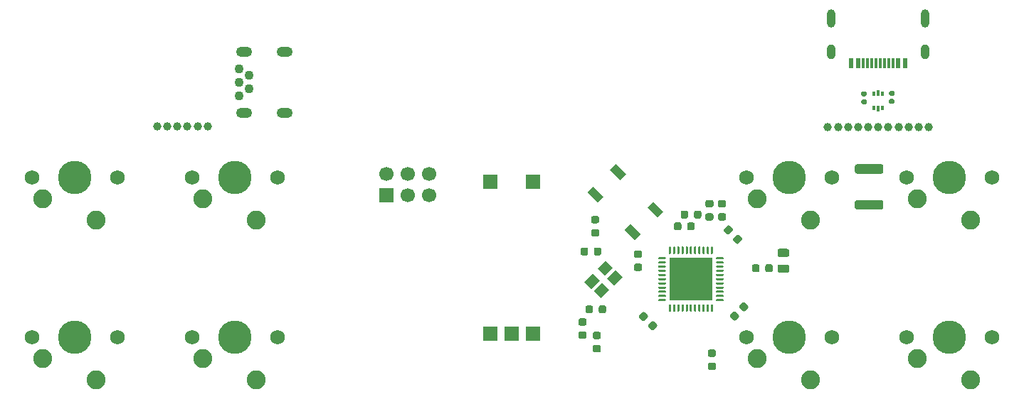
<source format=gbr>
%TF.GenerationSoftware,KiCad,Pcbnew,(5.1.6)-1*%
%TF.CreationDate,2022-02-02T11:22:03-06:00*%
%TF.ProjectId,Pikatea R26 PCB,50696b61-7465-4612-9052-323620504342,rev?*%
%TF.SameCoordinates,Original*%
%TF.FileFunction,Soldermask,Top*%
%TF.FilePolarity,Negative*%
%FSLAX46Y46*%
G04 Gerber Fmt 4.6, Leading zero omitted, Abs format (unit mm)*
G04 Created by KiCad (PCBNEW (5.1.6)-1) date 2022-02-02 11:22:03*
%MOMM*%
%LPD*%
G01*
G04 APERTURE LIST*
%ADD10C,1.000000*%
%ADD11C,1.700000*%
%ADD12R,1.700000X1.700000*%
%ADD13C,0.100000*%
%ADD14O,1.900000X1.200000*%
%ADD15C,1.100000*%
%ADD16O,1.000000X2.200000*%
%ADD17O,1.000000X1.800000*%
%ADD18R,0.300000X1.150000*%
%ADD19R,0.600000X1.150000*%
%ADD20R,0.375000X0.500000*%
%ADD21R,0.300000X0.650000*%
%ADD22R,5.150000X5.150000*%
%ADD23C,2.250000*%
%ADD24C,3.987800*%
%ADD25C,1.750000*%
G04 APERTURE END LIST*
D10*
%TO.C,J4*%
X89200000Y-94500000D03*
X90400000Y-94500000D03*
X91600000Y-94500000D03*
X95200000Y-94500000D03*
X94000000Y-94500000D03*
X92800000Y-94500000D03*
%TD*%
%TO.C,J3*%
X181000000Y-94600000D03*
X169000000Y-94600000D03*
X170200000Y-94600000D03*
X171400000Y-94600000D03*
X172600000Y-94600000D03*
X173800000Y-94600000D03*
X179800000Y-94600000D03*
X178600000Y-94600000D03*
X177400000Y-94600000D03*
X176200000Y-94600000D03*
X175000000Y-94600000D03*
%TD*%
D11*
%TO.C,J1*%
X121590000Y-100130000D03*
X121590000Y-102670000D03*
X119050000Y-100130000D03*
X119050000Y-102670000D03*
X116510000Y-100130000D03*
D12*
X116510000Y-102670000D03*
%TD*%
D13*
%TO.C,SW1*%
G36*
X144829289Y-106823402D02*
G01*
X145536396Y-106116295D01*
X146738477Y-107318376D01*
X146031370Y-108025483D01*
X144829289Y-106823402D01*
G37*
G36*
X140374517Y-102368630D02*
G01*
X141081624Y-101661523D01*
X142283705Y-102863604D01*
X141576598Y-103570711D01*
X140374517Y-102368630D01*
G37*
G36*
X147516295Y-104136396D02*
G01*
X148223402Y-103429289D01*
X149425483Y-104631370D01*
X148718376Y-105338477D01*
X147516295Y-104136396D01*
G37*
G36*
X143061523Y-99681624D02*
G01*
X143768630Y-98974517D01*
X144970711Y-100176598D01*
X144263604Y-100883705D01*
X143061523Y-99681624D01*
G37*
%TD*%
%TO.C,R5*%
G36*
G01*
X141556250Y-106037500D02*
X141043750Y-106037500D01*
G75*
G02*
X140825000Y-105818750I0J218750D01*
G01*
X140825000Y-105381250D01*
G75*
G02*
X141043750Y-105162500I218750J0D01*
G01*
X141556250Y-105162500D01*
G75*
G02*
X141775000Y-105381250I0J-218750D01*
G01*
X141775000Y-105818750D01*
G75*
G02*
X141556250Y-106037500I-218750J0D01*
G01*
G37*
G36*
G01*
X141556250Y-107612500D02*
X141043750Y-107612500D01*
G75*
G02*
X140825000Y-107393750I0J218750D01*
G01*
X140825000Y-106956250D01*
G75*
G02*
X141043750Y-106737500I218750J0D01*
G01*
X141556250Y-106737500D01*
G75*
G02*
X141775000Y-106956250I0J-218750D01*
G01*
X141775000Y-107393750D01*
G75*
G02*
X141556250Y-107612500I-218750J0D01*
G01*
G37*
%TD*%
D14*
%TO.C,J2*%
X99500000Y-85550000D03*
X99500000Y-92850000D03*
D15*
X98900000Y-90800000D03*
X100100000Y-90000000D03*
X98900000Y-89200000D03*
X100100000Y-88400000D03*
X98900000Y-87600000D03*
D14*
X104320000Y-92850000D03*
X104320000Y-85550000D03*
%TD*%
D13*
%TO.C,Y1*%
G36*
X140885786Y-113831371D02*
G01*
X140037258Y-112982843D01*
X141027208Y-111992893D01*
X141875736Y-112841421D01*
X140885786Y-113831371D01*
G37*
G36*
X142441421Y-112275736D02*
G01*
X141592893Y-111427208D01*
X142582843Y-110437258D01*
X143431371Y-111285786D01*
X142441421Y-112275736D01*
G37*
G36*
X143572792Y-113407107D02*
G01*
X142724264Y-112558579D01*
X143714214Y-111568629D01*
X144562742Y-112417157D01*
X143572792Y-113407107D01*
G37*
G36*
X142017157Y-114962742D02*
G01*
X141168629Y-114114214D01*
X142158579Y-113124264D01*
X143007107Y-113972792D01*
X142017157Y-114962742D01*
G37*
%TD*%
D16*
%TO.C,USB1*%
X169360000Y-81600000D03*
X180600000Y-81600000D03*
D17*
X169360000Y-85600000D03*
X180600000Y-85600000D03*
D18*
X175230000Y-86900000D03*
X174730000Y-86900000D03*
X174230000Y-86900000D03*
X175730000Y-86900000D03*
X173730000Y-86900000D03*
X176230000Y-86900000D03*
X173230000Y-86900000D03*
X176730000Y-86900000D03*
D19*
X177380000Y-86900000D03*
X172580000Y-86900000D03*
X178180000Y-86900000D03*
X171780000Y-86900000D03*
%TD*%
D20*
%TO.C,U2*%
X175500000Y-92250000D03*
X174425000Y-92250000D03*
D21*
X174962500Y-90475000D03*
X174962500Y-92325000D03*
D20*
X174425000Y-90550000D03*
X175500000Y-90550000D03*
%TD*%
D22*
%TO.C,U1*%
X152700000Y-112700000D03*
G36*
G01*
X155762500Y-110075000D02*
X156512500Y-110075000D01*
G75*
G02*
X156575000Y-110137500I0J-62500D01*
G01*
X156575000Y-110262500D01*
G75*
G02*
X156512500Y-110325000I-62500J0D01*
G01*
X155762500Y-110325000D01*
G75*
G02*
X155700000Y-110262500I0J62500D01*
G01*
X155700000Y-110137500D01*
G75*
G02*
X155762500Y-110075000I62500J0D01*
G01*
G37*
G36*
G01*
X155762500Y-110575000D02*
X156512500Y-110575000D01*
G75*
G02*
X156575000Y-110637500I0J-62500D01*
G01*
X156575000Y-110762500D01*
G75*
G02*
X156512500Y-110825000I-62500J0D01*
G01*
X155762500Y-110825000D01*
G75*
G02*
X155700000Y-110762500I0J62500D01*
G01*
X155700000Y-110637500D01*
G75*
G02*
X155762500Y-110575000I62500J0D01*
G01*
G37*
G36*
G01*
X155762500Y-111075000D02*
X156512500Y-111075000D01*
G75*
G02*
X156575000Y-111137500I0J-62500D01*
G01*
X156575000Y-111262500D01*
G75*
G02*
X156512500Y-111325000I-62500J0D01*
G01*
X155762500Y-111325000D01*
G75*
G02*
X155700000Y-111262500I0J62500D01*
G01*
X155700000Y-111137500D01*
G75*
G02*
X155762500Y-111075000I62500J0D01*
G01*
G37*
G36*
G01*
X155762500Y-111575000D02*
X156512500Y-111575000D01*
G75*
G02*
X156575000Y-111637500I0J-62500D01*
G01*
X156575000Y-111762500D01*
G75*
G02*
X156512500Y-111825000I-62500J0D01*
G01*
X155762500Y-111825000D01*
G75*
G02*
X155700000Y-111762500I0J62500D01*
G01*
X155700000Y-111637500D01*
G75*
G02*
X155762500Y-111575000I62500J0D01*
G01*
G37*
G36*
G01*
X155762500Y-112075000D02*
X156512500Y-112075000D01*
G75*
G02*
X156575000Y-112137500I0J-62500D01*
G01*
X156575000Y-112262500D01*
G75*
G02*
X156512500Y-112325000I-62500J0D01*
G01*
X155762500Y-112325000D01*
G75*
G02*
X155700000Y-112262500I0J62500D01*
G01*
X155700000Y-112137500D01*
G75*
G02*
X155762500Y-112075000I62500J0D01*
G01*
G37*
G36*
G01*
X155762500Y-112575000D02*
X156512500Y-112575000D01*
G75*
G02*
X156575000Y-112637500I0J-62500D01*
G01*
X156575000Y-112762500D01*
G75*
G02*
X156512500Y-112825000I-62500J0D01*
G01*
X155762500Y-112825000D01*
G75*
G02*
X155700000Y-112762500I0J62500D01*
G01*
X155700000Y-112637500D01*
G75*
G02*
X155762500Y-112575000I62500J0D01*
G01*
G37*
G36*
G01*
X155762500Y-113075000D02*
X156512500Y-113075000D01*
G75*
G02*
X156575000Y-113137500I0J-62500D01*
G01*
X156575000Y-113262500D01*
G75*
G02*
X156512500Y-113325000I-62500J0D01*
G01*
X155762500Y-113325000D01*
G75*
G02*
X155700000Y-113262500I0J62500D01*
G01*
X155700000Y-113137500D01*
G75*
G02*
X155762500Y-113075000I62500J0D01*
G01*
G37*
G36*
G01*
X155762500Y-113575000D02*
X156512500Y-113575000D01*
G75*
G02*
X156575000Y-113637500I0J-62500D01*
G01*
X156575000Y-113762500D01*
G75*
G02*
X156512500Y-113825000I-62500J0D01*
G01*
X155762500Y-113825000D01*
G75*
G02*
X155700000Y-113762500I0J62500D01*
G01*
X155700000Y-113637500D01*
G75*
G02*
X155762500Y-113575000I62500J0D01*
G01*
G37*
G36*
G01*
X155762500Y-114075000D02*
X156512500Y-114075000D01*
G75*
G02*
X156575000Y-114137500I0J-62500D01*
G01*
X156575000Y-114262500D01*
G75*
G02*
X156512500Y-114325000I-62500J0D01*
G01*
X155762500Y-114325000D01*
G75*
G02*
X155700000Y-114262500I0J62500D01*
G01*
X155700000Y-114137500D01*
G75*
G02*
X155762500Y-114075000I62500J0D01*
G01*
G37*
G36*
G01*
X155762500Y-114575000D02*
X156512500Y-114575000D01*
G75*
G02*
X156575000Y-114637500I0J-62500D01*
G01*
X156575000Y-114762500D01*
G75*
G02*
X156512500Y-114825000I-62500J0D01*
G01*
X155762500Y-114825000D01*
G75*
G02*
X155700000Y-114762500I0J62500D01*
G01*
X155700000Y-114637500D01*
G75*
G02*
X155762500Y-114575000I62500J0D01*
G01*
G37*
G36*
G01*
X155762500Y-115075000D02*
X156512500Y-115075000D01*
G75*
G02*
X156575000Y-115137500I0J-62500D01*
G01*
X156575000Y-115262500D01*
G75*
G02*
X156512500Y-115325000I-62500J0D01*
G01*
X155762500Y-115325000D01*
G75*
G02*
X155700000Y-115262500I0J62500D01*
G01*
X155700000Y-115137500D01*
G75*
G02*
X155762500Y-115075000I62500J0D01*
G01*
G37*
G36*
G01*
X155137500Y-115700000D02*
X155262500Y-115700000D01*
G75*
G02*
X155325000Y-115762500I0J-62500D01*
G01*
X155325000Y-116512500D01*
G75*
G02*
X155262500Y-116575000I-62500J0D01*
G01*
X155137500Y-116575000D01*
G75*
G02*
X155075000Y-116512500I0J62500D01*
G01*
X155075000Y-115762500D01*
G75*
G02*
X155137500Y-115700000I62500J0D01*
G01*
G37*
G36*
G01*
X154637500Y-115700000D02*
X154762500Y-115700000D01*
G75*
G02*
X154825000Y-115762500I0J-62500D01*
G01*
X154825000Y-116512500D01*
G75*
G02*
X154762500Y-116575000I-62500J0D01*
G01*
X154637500Y-116575000D01*
G75*
G02*
X154575000Y-116512500I0J62500D01*
G01*
X154575000Y-115762500D01*
G75*
G02*
X154637500Y-115700000I62500J0D01*
G01*
G37*
G36*
G01*
X154137500Y-115700000D02*
X154262500Y-115700000D01*
G75*
G02*
X154325000Y-115762500I0J-62500D01*
G01*
X154325000Y-116512500D01*
G75*
G02*
X154262500Y-116575000I-62500J0D01*
G01*
X154137500Y-116575000D01*
G75*
G02*
X154075000Y-116512500I0J62500D01*
G01*
X154075000Y-115762500D01*
G75*
G02*
X154137500Y-115700000I62500J0D01*
G01*
G37*
G36*
G01*
X153637500Y-115700000D02*
X153762500Y-115700000D01*
G75*
G02*
X153825000Y-115762500I0J-62500D01*
G01*
X153825000Y-116512500D01*
G75*
G02*
X153762500Y-116575000I-62500J0D01*
G01*
X153637500Y-116575000D01*
G75*
G02*
X153575000Y-116512500I0J62500D01*
G01*
X153575000Y-115762500D01*
G75*
G02*
X153637500Y-115700000I62500J0D01*
G01*
G37*
G36*
G01*
X153137500Y-115700000D02*
X153262500Y-115700000D01*
G75*
G02*
X153325000Y-115762500I0J-62500D01*
G01*
X153325000Y-116512500D01*
G75*
G02*
X153262500Y-116575000I-62500J0D01*
G01*
X153137500Y-116575000D01*
G75*
G02*
X153075000Y-116512500I0J62500D01*
G01*
X153075000Y-115762500D01*
G75*
G02*
X153137500Y-115700000I62500J0D01*
G01*
G37*
G36*
G01*
X152637500Y-115700000D02*
X152762500Y-115700000D01*
G75*
G02*
X152825000Y-115762500I0J-62500D01*
G01*
X152825000Y-116512500D01*
G75*
G02*
X152762500Y-116575000I-62500J0D01*
G01*
X152637500Y-116575000D01*
G75*
G02*
X152575000Y-116512500I0J62500D01*
G01*
X152575000Y-115762500D01*
G75*
G02*
X152637500Y-115700000I62500J0D01*
G01*
G37*
G36*
G01*
X152137500Y-115700000D02*
X152262500Y-115700000D01*
G75*
G02*
X152325000Y-115762500I0J-62500D01*
G01*
X152325000Y-116512500D01*
G75*
G02*
X152262500Y-116575000I-62500J0D01*
G01*
X152137500Y-116575000D01*
G75*
G02*
X152075000Y-116512500I0J62500D01*
G01*
X152075000Y-115762500D01*
G75*
G02*
X152137500Y-115700000I62500J0D01*
G01*
G37*
G36*
G01*
X151637500Y-115700000D02*
X151762500Y-115700000D01*
G75*
G02*
X151825000Y-115762500I0J-62500D01*
G01*
X151825000Y-116512500D01*
G75*
G02*
X151762500Y-116575000I-62500J0D01*
G01*
X151637500Y-116575000D01*
G75*
G02*
X151575000Y-116512500I0J62500D01*
G01*
X151575000Y-115762500D01*
G75*
G02*
X151637500Y-115700000I62500J0D01*
G01*
G37*
G36*
G01*
X151137500Y-115700000D02*
X151262500Y-115700000D01*
G75*
G02*
X151325000Y-115762500I0J-62500D01*
G01*
X151325000Y-116512500D01*
G75*
G02*
X151262500Y-116575000I-62500J0D01*
G01*
X151137500Y-116575000D01*
G75*
G02*
X151075000Y-116512500I0J62500D01*
G01*
X151075000Y-115762500D01*
G75*
G02*
X151137500Y-115700000I62500J0D01*
G01*
G37*
G36*
G01*
X150637500Y-115700000D02*
X150762500Y-115700000D01*
G75*
G02*
X150825000Y-115762500I0J-62500D01*
G01*
X150825000Y-116512500D01*
G75*
G02*
X150762500Y-116575000I-62500J0D01*
G01*
X150637500Y-116575000D01*
G75*
G02*
X150575000Y-116512500I0J62500D01*
G01*
X150575000Y-115762500D01*
G75*
G02*
X150637500Y-115700000I62500J0D01*
G01*
G37*
G36*
G01*
X150137500Y-115700000D02*
X150262500Y-115700000D01*
G75*
G02*
X150325000Y-115762500I0J-62500D01*
G01*
X150325000Y-116512500D01*
G75*
G02*
X150262500Y-116575000I-62500J0D01*
G01*
X150137500Y-116575000D01*
G75*
G02*
X150075000Y-116512500I0J62500D01*
G01*
X150075000Y-115762500D01*
G75*
G02*
X150137500Y-115700000I62500J0D01*
G01*
G37*
G36*
G01*
X148887500Y-115075000D02*
X149637500Y-115075000D01*
G75*
G02*
X149700000Y-115137500I0J-62500D01*
G01*
X149700000Y-115262500D01*
G75*
G02*
X149637500Y-115325000I-62500J0D01*
G01*
X148887500Y-115325000D01*
G75*
G02*
X148825000Y-115262500I0J62500D01*
G01*
X148825000Y-115137500D01*
G75*
G02*
X148887500Y-115075000I62500J0D01*
G01*
G37*
G36*
G01*
X148887500Y-114575000D02*
X149637500Y-114575000D01*
G75*
G02*
X149700000Y-114637500I0J-62500D01*
G01*
X149700000Y-114762500D01*
G75*
G02*
X149637500Y-114825000I-62500J0D01*
G01*
X148887500Y-114825000D01*
G75*
G02*
X148825000Y-114762500I0J62500D01*
G01*
X148825000Y-114637500D01*
G75*
G02*
X148887500Y-114575000I62500J0D01*
G01*
G37*
G36*
G01*
X148887500Y-114075000D02*
X149637500Y-114075000D01*
G75*
G02*
X149700000Y-114137500I0J-62500D01*
G01*
X149700000Y-114262500D01*
G75*
G02*
X149637500Y-114325000I-62500J0D01*
G01*
X148887500Y-114325000D01*
G75*
G02*
X148825000Y-114262500I0J62500D01*
G01*
X148825000Y-114137500D01*
G75*
G02*
X148887500Y-114075000I62500J0D01*
G01*
G37*
G36*
G01*
X148887500Y-113575000D02*
X149637500Y-113575000D01*
G75*
G02*
X149700000Y-113637500I0J-62500D01*
G01*
X149700000Y-113762500D01*
G75*
G02*
X149637500Y-113825000I-62500J0D01*
G01*
X148887500Y-113825000D01*
G75*
G02*
X148825000Y-113762500I0J62500D01*
G01*
X148825000Y-113637500D01*
G75*
G02*
X148887500Y-113575000I62500J0D01*
G01*
G37*
G36*
G01*
X148887500Y-113075000D02*
X149637500Y-113075000D01*
G75*
G02*
X149700000Y-113137500I0J-62500D01*
G01*
X149700000Y-113262500D01*
G75*
G02*
X149637500Y-113325000I-62500J0D01*
G01*
X148887500Y-113325000D01*
G75*
G02*
X148825000Y-113262500I0J62500D01*
G01*
X148825000Y-113137500D01*
G75*
G02*
X148887500Y-113075000I62500J0D01*
G01*
G37*
G36*
G01*
X148887500Y-112575000D02*
X149637500Y-112575000D01*
G75*
G02*
X149700000Y-112637500I0J-62500D01*
G01*
X149700000Y-112762500D01*
G75*
G02*
X149637500Y-112825000I-62500J0D01*
G01*
X148887500Y-112825000D01*
G75*
G02*
X148825000Y-112762500I0J62500D01*
G01*
X148825000Y-112637500D01*
G75*
G02*
X148887500Y-112575000I62500J0D01*
G01*
G37*
G36*
G01*
X148887500Y-112075000D02*
X149637500Y-112075000D01*
G75*
G02*
X149700000Y-112137500I0J-62500D01*
G01*
X149700000Y-112262500D01*
G75*
G02*
X149637500Y-112325000I-62500J0D01*
G01*
X148887500Y-112325000D01*
G75*
G02*
X148825000Y-112262500I0J62500D01*
G01*
X148825000Y-112137500D01*
G75*
G02*
X148887500Y-112075000I62500J0D01*
G01*
G37*
G36*
G01*
X148887500Y-111575000D02*
X149637500Y-111575000D01*
G75*
G02*
X149700000Y-111637500I0J-62500D01*
G01*
X149700000Y-111762500D01*
G75*
G02*
X149637500Y-111825000I-62500J0D01*
G01*
X148887500Y-111825000D01*
G75*
G02*
X148825000Y-111762500I0J62500D01*
G01*
X148825000Y-111637500D01*
G75*
G02*
X148887500Y-111575000I62500J0D01*
G01*
G37*
G36*
G01*
X148887500Y-111075000D02*
X149637500Y-111075000D01*
G75*
G02*
X149700000Y-111137500I0J-62500D01*
G01*
X149700000Y-111262500D01*
G75*
G02*
X149637500Y-111325000I-62500J0D01*
G01*
X148887500Y-111325000D01*
G75*
G02*
X148825000Y-111262500I0J62500D01*
G01*
X148825000Y-111137500D01*
G75*
G02*
X148887500Y-111075000I62500J0D01*
G01*
G37*
G36*
G01*
X148887500Y-110575000D02*
X149637500Y-110575000D01*
G75*
G02*
X149700000Y-110637500I0J-62500D01*
G01*
X149700000Y-110762500D01*
G75*
G02*
X149637500Y-110825000I-62500J0D01*
G01*
X148887500Y-110825000D01*
G75*
G02*
X148825000Y-110762500I0J62500D01*
G01*
X148825000Y-110637500D01*
G75*
G02*
X148887500Y-110575000I62500J0D01*
G01*
G37*
G36*
G01*
X148887500Y-110075000D02*
X149637500Y-110075000D01*
G75*
G02*
X149700000Y-110137500I0J-62500D01*
G01*
X149700000Y-110262500D01*
G75*
G02*
X149637500Y-110325000I-62500J0D01*
G01*
X148887500Y-110325000D01*
G75*
G02*
X148825000Y-110262500I0J62500D01*
G01*
X148825000Y-110137500D01*
G75*
G02*
X148887500Y-110075000I62500J0D01*
G01*
G37*
G36*
G01*
X150137500Y-108825000D02*
X150262500Y-108825000D01*
G75*
G02*
X150325000Y-108887500I0J-62500D01*
G01*
X150325000Y-109637500D01*
G75*
G02*
X150262500Y-109700000I-62500J0D01*
G01*
X150137500Y-109700000D01*
G75*
G02*
X150075000Y-109637500I0J62500D01*
G01*
X150075000Y-108887500D01*
G75*
G02*
X150137500Y-108825000I62500J0D01*
G01*
G37*
G36*
G01*
X150637500Y-108825000D02*
X150762500Y-108825000D01*
G75*
G02*
X150825000Y-108887500I0J-62500D01*
G01*
X150825000Y-109637500D01*
G75*
G02*
X150762500Y-109700000I-62500J0D01*
G01*
X150637500Y-109700000D01*
G75*
G02*
X150575000Y-109637500I0J62500D01*
G01*
X150575000Y-108887500D01*
G75*
G02*
X150637500Y-108825000I62500J0D01*
G01*
G37*
G36*
G01*
X151137500Y-108825000D02*
X151262500Y-108825000D01*
G75*
G02*
X151325000Y-108887500I0J-62500D01*
G01*
X151325000Y-109637500D01*
G75*
G02*
X151262500Y-109700000I-62500J0D01*
G01*
X151137500Y-109700000D01*
G75*
G02*
X151075000Y-109637500I0J62500D01*
G01*
X151075000Y-108887500D01*
G75*
G02*
X151137500Y-108825000I62500J0D01*
G01*
G37*
G36*
G01*
X151637500Y-108825000D02*
X151762500Y-108825000D01*
G75*
G02*
X151825000Y-108887500I0J-62500D01*
G01*
X151825000Y-109637500D01*
G75*
G02*
X151762500Y-109700000I-62500J0D01*
G01*
X151637500Y-109700000D01*
G75*
G02*
X151575000Y-109637500I0J62500D01*
G01*
X151575000Y-108887500D01*
G75*
G02*
X151637500Y-108825000I62500J0D01*
G01*
G37*
G36*
G01*
X152137500Y-108825000D02*
X152262500Y-108825000D01*
G75*
G02*
X152325000Y-108887500I0J-62500D01*
G01*
X152325000Y-109637500D01*
G75*
G02*
X152262500Y-109700000I-62500J0D01*
G01*
X152137500Y-109700000D01*
G75*
G02*
X152075000Y-109637500I0J62500D01*
G01*
X152075000Y-108887500D01*
G75*
G02*
X152137500Y-108825000I62500J0D01*
G01*
G37*
G36*
G01*
X152637500Y-108825000D02*
X152762500Y-108825000D01*
G75*
G02*
X152825000Y-108887500I0J-62500D01*
G01*
X152825000Y-109637500D01*
G75*
G02*
X152762500Y-109700000I-62500J0D01*
G01*
X152637500Y-109700000D01*
G75*
G02*
X152575000Y-109637500I0J62500D01*
G01*
X152575000Y-108887500D01*
G75*
G02*
X152637500Y-108825000I62500J0D01*
G01*
G37*
G36*
G01*
X153137500Y-108825000D02*
X153262500Y-108825000D01*
G75*
G02*
X153325000Y-108887500I0J-62500D01*
G01*
X153325000Y-109637500D01*
G75*
G02*
X153262500Y-109700000I-62500J0D01*
G01*
X153137500Y-109700000D01*
G75*
G02*
X153075000Y-109637500I0J62500D01*
G01*
X153075000Y-108887500D01*
G75*
G02*
X153137500Y-108825000I62500J0D01*
G01*
G37*
G36*
G01*
X153637500Y-108825000D02*
X153762500Y-108825000D01*
G75*
G02*
X153825000Y-108887500I0J-62500D01*
G01*
X153825000Y-109637500D01*
G75*
G02*
X153762500Y-109700000I-62500J0D01*
G01*
X153637500Y-109700000D01*
G75*
G02*
X153575000Y-109637500I0J62500D01*
G01*
X153575000Y-108887500D01*
G75*
G02*
X153637500Y-108825000I62500J0D01*
G01*
G37*
G36*
G01*
X154137500Y-108825000D02*
X154262500Y-108825000D01*
G75*
G02*
X154325000Y-108887500I0J-62500D01*
G01*
X154325000Y-109637500D01*
G75*
G02*
X154262500Y-109700000I-62500J0D01*
G01*
X154137500Y-109700000D01*
G75*
G02*
X154075000Y-109637500I0J62500D01*
G01*
X154075000Y-108887500D01*
G75*
G02*
X154137500Y-108825000I62500J0D01*
G01*
G37*
G36*
G01*
X154637500Y-108825000D02*
X154762500Y-108825000D01*
G75*
G02*
X154825000Y-108887500I0J-62500D01*
G01*
X154825000Y-109637500D01*
G75*
G02*
X154762500Y-109700000I-62500J0D01*
G01*
X154637500Y-109700000D01*
G75*
G02*
X154575000Y-109637500I0J62500D01*
G01*
X154575000Y-108887500D01*
G75*
G02*
X154637500Y-108825000I62500J0D01*
G01*
G37*
G36*
G01*
X155137500Y-108825000D02*
X155262500Y-108825000D01*
G75*
G02*
X155325000Y-108887500I0J-62500D01*
G01*
X155325000Y-109637500D01*
G75*
G02*
X155262500Y-109700000I-62500J0D01*
G01*
X155137500Y-109700000D01*
G75*
G02*
X155075000Y-109637500I0J62500D01*
G01*
X155075000Y-108887500D01*
G75*
G02*
X155137500Y-108825000I62500J0D01*
G01*
G37*
%TD*%
D12*
%TO.C,SW2*%
X128860000Y-101075000D03*
X133940000Y-101075000D03*
X131400000Y-119175000D03*
X128860000Y-119175000D03*
X133940000Y-119175000D03*
%TD*%
%TO.C,R_HWB1*%
G36*
G01*
X155456250Y-121962500D02*
X154943750Y-121962500D01*
G75*
G02*
X154725000Y-121743750I0J218750D01*
G01*
X154725000Y-121306250D01*
G75*
G02*
X154943750Y-121087500I218750J0D01*
G01*
X155456250Y-121087500D01*
G75*
G02*
X155675000Y-121306250I0J-218750D01*
G01*
X155675000Y-121743750D01*
G75*
G02*
X155456250Y-121962500I-218750J0D01*
G01*
G37*
G36*
G01*
X155456250Y-123537500D02*
X154943750Y-123537500D01*
G75*
G02*
X154725000Y-123318750I0J218750D01*
G01*
X154725000Y-122881250D01*
G75*
G02*
X154943750Y-122662500I218750J0D01*
G01*
X155456250Y-122662500D01*
G75*
G02*
X155675000Y-122881250I0J-218750D01*
G01*
X155675000Y-123318750D01*
G75*
G02*
X155456250Y-123537500I-218750J0D01*
G01*
G37*
%TD*%
%TO.C,R4*%
G36*
G01*
X156656250Y-104137500D02*
X156143750Y-104137500D01*
G75*
G02*
X155925000Y-103918750I0J218750D01*
G01*
X155925000Y-103481250D01*
G75*
G02*
X156143750Y-103262500I218750J0D01*
G01*
X156656250Y-103262500D01*
G75*
G02*
X156875000Y-103481250I0J-218750D01*
G01*
X156875000Y-103918750D01*
G75*
G02*
X156656250Y-104137500I-218750J0D01*
G01*
G37*
G36*
G01*
X156656250Y-105712500D02*
X156143750Y-105712500D01*
G75*
G02*
X155925000Y-105493750I0J218750D01*
G01*
X155925000Y-105056250D01*
G75*
G02*
X156143750Y-104837500I218750J0D01*
G01*
X156656250Y-104837500D01*
G75*
G02*
X156875000Y-105056250I0J-218750D01*
G01*
X156875000Y-105493750D01*
G75*
G02*
X156656250Y-105712500I-218750J0D01*
G01*
G37*
%TD*%
%TO.C,R3*%
G36*
G01*
X155156250Y-104137500D02*
X154643750Y-104137500D01*
G75*
G02*
X154425000Y-103918750I0J218750D01*
G01*
X154425000Y-103481250D01*
G75*
G02*
X154643750Y-103262500I218750J0D01*
G01*
X155156250Y-103262500D01*
G75*
G02*
X155375000Y-103481250I0J-218750D01*
G01*
X155375000Y-103918750D01*
G75*
G02*
X155156250Y-104137500I-218750J0D01*
G01*
G37*
G36*
G01*
X155156250Y-105712500D02*
X154643750Y-105712500D01*
G75*
G02*
X154425000Y-105493750I0J218750D01*
G01*
X154425000Y-105056250D01*
G75*
G02*
X154643750Y-104837500I218750J0D01*
G01*
X155156250Y-104837500D01*
G75*
G02*
X155375000Y-105056250I0J-218750D01*
G01*
X155375000Y-105493750D01*
G75*
G02*
X155156250Y-105712500I-218750J0D01*
G01*
G37*
%TD*%
%TO.C,R2*%
G36*
G01*
X173472500Y-90895000D02*
X173127500Y-90895000D01*
G75*
G02*
X172980000Y-90747500I0J147500D01*
G01*
X172980000Y-90452500D01*
G75*
G02*
X173127500Y-90305000I147500J0D01*
G01*
X173472500Y-90305000D01*
G75*
G02*
X173620000Y-90452500I0J-147500D01*
G01*
X173620000Y-90747500D01*
G75*
G02*
X173472500Y-90895000I-147500J0D01*
G01*
G37*
G36*
G01*
X173472500Y-91865000D02*
X173127500Y-91865000D01*
G75*
G02*
X172980000Y-91717500I0J147500D01*
G01*
X172980000Y-91422500D01*
G75*
G02*
X173127500Y-91275000I147500J0D01*
G01*
X173472500Y-91275000D01*
G75*
G02*
X173620000Y-91422500I0J-147500D01*
G01*
X173620000Y-91717500D01*
G75*
G02*
X173472500Y-91865000I-147500J0D01*
G01*
G37*
%TD*%
%TO.C,R1*%
G36*
G01*
X176772500Y-90825000D02*
X176427500Y-90825000D01*
G75*
G02*
X176280000Y-90677500I0J147500D01*
G01*
X176280000Y-90382500D01*
G75*
G02*
X176427500Y-90235000I147500J0D01*
G01*
X176772500Y-90235000D01*
G75*
G02*
X176920000Y-90382500I0J-147500D01*
G01*
X176920000Y-90677500D01*
G75*
G02*
X176772500Y-90825000I-147500J0D01*
G01*
G37*
G36*
G01*
X176772500Y-91795000D02*
X176427500Y-91795000D01*
G75*
G02*
X176280000Y-91647500I0J147500D01*
G01*
X176280000Y-91352500D01*
G75*
G02*
X176427500Y-91205000I147500J0D01*
G01*
X176772500Y-91205000D01*
G75*
G02*
X176920000Y-91352500I0J-147500D01*
G01*
X176920000Y-91647500D01*
G75*
G02*
X176772500Y-91795000I-147500J0D01*
G01*
G37*
%TD*%
D23*
%TO.C,MX_8*%
X185990000Y-105680000D03*
D24*
X183450000Y-100600000D03*
D23*
X179640000Y-103140000D03*
D25*
X178370000Y-100600000D03*
X188530000Y-100600000D03*
%TD*%
D23*
%TO.C,MX_7*%
X166940000Y-105680000D03*
D24*
X164400000Y-100600000D03*
D23*
X160590000Y-103140000D03*
D25*
X159320000Y-100600000D03*
X169480000Y-100600000D03*
%TD*%
D23*
%TO.C,MX_6*%
X166940000Y-124730000D03*
D24*
X164400000Y-119650000D03*
D23*
X160590000Y-122190000D03*
D25*
X159320000Y-119650000D03*
X169480000Y-119650000D03*
%TD*%
D23*
%TO.C,MX_5*%
X100940000Y-124730000D03*
D24*
X98400000Y-119650000D03*
D23*
X94590000Y-122190000D03*
D25*
X93320000Y-119650000D03*
X103480000Y-119650000D03*
%TD*%
D23*
%TO.C,MX_4*%
X100940000Y-105680000D03*
D24*
X98400000Y-100600000D03*
D23*
X94590000Y-103140000D03*
D25*
X93320000Y-100600000D03*
X103480000Y-100600000D03*
%TD*%
%TO.C,MX_3*%
X84430000Y-119650000D03*
X74270000Y-119650000D03*
D23*
X75540000Y-122190000D03*
D24*
X79350000Y-119650000D03*
D23*
X81890000Y-124730000D03*
%TD*%
%TO.C,MX_2*%
X81890000Y-105680000D03*
D24*
X79350000Y-100600000D03*
D23*
X75540000Y-103140000D03*
D25*
X74270000Y-100600000D03*
X84430000Y-100600000D03*
%TD*%
D23*
%TO.C,MX_1*%
X185990000Y-124730000D03*
D24*
X183450000Y-119650000D03*
D23*
X179640000Y-122190000D03*
D25*
X178370000Y-119650000D03*
X188530000Y-119650000D03*
%TD*%
%TO.C,F1*%
G36*
G01*
X175350001Y-100125000D02*
X172449999Y-100125000D01*
G75*
G02*
X172200000Y-99875001I0J249999D01*
G01*
X172200000Y-99249999D01*
G75*
G02*
X172449999Y-99000000I249999J0D01*
G01*
X175350001Y-99000000D01*
G75*
G02*
X175600000Y-99249999I0J-249999D01*
G01*
X175600000Y-99875001D01*
G75*
G02*
X175350001Y-100125000I-249999J0D01*
G01*
G37*
G36*
G01*
X175350001Y-104400000D02*
X172449999Y-104400000D01*
G75*
G02*
X172200000Y-104150001I0J249999D01*
G01*
X172200000Y-103524999D01*
G75*
G02*
X172449999Y-103275000I249999J0D01*
G01*
X175350001Y-103275000D01*
G75*
G02*
X175600000Y-103524999I0J-249999D01*
G01*
X175600000Y-104150001D01*
G75*
G02*
X175350001Y-104400000I-249999J0D01*
G01*
G37*
%TD*%
%TO.C,C12*%
G36*
G01*
X140056250Y-118250000D02*
X139543750Y-118250000D01*
G75*
G02*
X139325000Y-118031250I0J218750D01*
G01*
X139325000Y-117593750D01*
G75*
G02*
X139543750Y-117375000I218750J0D01*
G01*
X140056250Y-117375000D01*
G75*
G02*
X140275000Y-117593750I0J-218750D01*
G01*
X140275000Y-118031250D01*
G75*
G02*
X140056250Y-118250000I-218750J0D01*
G01*
G37*
G36*
G01*
X140056250Y-119825000D02*
X139543750Y-119825000D01*
G75*
G02*
X139325000Y-119606250I0J218750D01*
G01*
X139325000Y-119168750D01*
G75*
G02*
X139543750Y-118950000I218750J0D01*
G01*
X140056250Y-118950000D01*
G75*
G02*
X140275000Y-119168750I0J-218750D01*
G01*
X140275000Y-119606250D01*
G75*
G02*
X140056250Y-119825000I-218750J0D01*
G01*
G37*
%TD*%
%TO.C,C11*%
G36*
G01*
X141243750Y-120550000D02*
X141756250Y-120550000D01*
G75*
G02*
X141975000Y-120768750I0J-218750D01*
G01*
X141975000Y-121206250D01*
G75*
G02*
X141756250Y-121425000I-218750J0D01*
G01*
X141243750Y-121425000D01*
G75*
G02*
X141025000Y-121206250I0J218750D01*
G01*
X141025000Y-120768750D01*
G75*
G02*
X141243750Y-120550000I218750J0D01*
G01*
G37*
G36*
G01*
X141243750Y-118975000D02*
X141756250Y-118975000D01*
G75*
G02*
X141975000Y-119193750I0J-218750D01*
G01*
X141975000Y-119631250D01*
G75*
G02*
X141756250Y-119850000I-218750J0D01*
G01*
X141243750Y-119850000D01*
G75*
G02*
X141025000Y-119631250I0J218750D01*
G01*
X141025000Y-119193750D01*
G75*
G02*
X141243750Y-118975000I218750J0D01*
G01*
G37*
%TD*%
%TO.C,C10*%
G36*
G01*
X163243750Y-110950000D02*
X164156250Y-110950000D01*
G75*
G02*
X164400000Y-111193750I0J-243750D01*
G01*
X164400000Y-111681250D01*
G75*
G02*
X164156250Y-111925000I-243750J0D01*
G01*
X163243750Y-111925000D01*
G75*
G02*
X163000000Y-111681250I0J243750D01*
G01*
X163000000Y-111193750D01*
G75*
G02*
X163243750Y-110950000I243750J0D01*
G01*
G37*
G36*
G01*
X163243750Y-109075000D02*
X164156250Y-109075000D01*
G75*
G02*
X164400000Y-109318750I0J-243750D01*
G01*
X164400000Y-109806250D01*
G75*
G02*
X164156250Y-110050000I-243750J0D01*
G01*
X163243750Y-110050000D01*
G75*
G02*
X163000000Y-109806250I0J243750D01*
G01*
X163000000Y-109318750D01*
G75*
G02*
X163243750Y-109075000I243750J0D01*
G01*
G37*
%TD*%
%TO.C,C9*%
G36*
G01*
X157766292Y-107816184D02*
X158128684Y-107453791D01*
G75*
G02*
X158438044Y-107453791I154680J-154680D01*
G01*
X158747403Y-107763150D01*
G75*
G02*
X158747403Y-108072510I-154680J-154680D01*
G01*
X158385010Y-108434903D01*
G75*
G02*
X158075650Y-108434903I-154680J154680D01*
G01*
X157766291Y-108125544D01*
G75*
G02*
X157766291Y-107816184I154680J154680D01*
G01*
G37*
G36*
G01*
X156652598Y-106702490D02*
X157014990Y-106340097D01*
G75*
G02*
X157324350Y-106340097I154680J-154680D01*
G01*
X157633709Y-106649456D01*
G75*
G02*
X157633709Y-106958816I-154680J-154680D01*
G01*
X157271316Y-107321209D01*
G75*
G02*
X156961956Y-107321209I-154680J154680D01*
G01*
X156652597Y-107011850D01*
G75*
G02*
X156652597Y-106702490I154680J154680D01*
G01*
G37*
%TD*%
%TO.C,C8*%
G36*
G01*
X147533708Y-117271316D02*
X147171316Y-117633709D01*
G75*
G02*
X146861956Y-117633709I-154680J154680D01*
G01*
X146552597Y-117324350D01*
G75*
G02*
X146552597Y-117014990I154680J154680D01*
G01*
X146914990Y-116652597D01*
G75*
G02*
X147224350Y-116652597I154680J-154680D01*
G01*
X147533709Y-116961956D01*
G75*
G02*
X147533709Y-117271316I-154680J-154680D01*
G01*
G37*
G36*
G01*
X148647402Y-118385010D02*
X148285010Y-118747403D01*
G75*
G02*
X147975650Y-118747403I-154680J154680D01*
G01*
X147666291Y-118438044D01*
G75*
G02*
X147666291Y-118128684I154680J154680D01*
G01*
X148028684Y-117766291D01*
G75*
G02*
X148338044Y-117766291I154680J-154680D01*
G01*
X148647403Y-118075650D01*
G75*
G02*
X148647403Y-118385010I-154680J-154680D01*
G01*
G37*
%TD*%
%TO.C,C7*%
G36*
G01*
X146143750Y-110850000D02*
X146656250Y-110850000D01*
G75*
G02*
X146875000Y-111068750I0J-218750D01*
G01*
X146875000Y-111506250D01*
G75*
G02*
X146656250Y-111725000I-218750J0D01*
G01*
X146143750Y-111725000D01*
G75*
G02*
X145925000Y-111506250I0J218750D01*
G01*
X145925000Y-111068750D01*
G75*
G02*
X146143750Y-110850000I218750J0D01*
G01*
G37*
G36*
G01*
X146143750Y-109275000D02*
X146656250Y-109275000D01*
G75*
G02*
X146875000Y-109493750I0J-218750D01*
G01*
X146875000Y-109931250D01*
G75*
G02*
X146656250Y-110150000I-218750J0D01*
G01*
X146143750Y-110150000D01*
G75*
G02*
X145925000Y-109931250I0J218750D01*
G01*
X145925000Y-109493750D01*
G75*
G02*
X146143750Y-109275000I218750J0D01*
G01*
G37*
%TD*%
%TO.C,C6*%
G36*
G01*
X161550000Y-111656250D02*
X161550000Y-111143750D01*
G75*
G02*
X161768750Y-110925000I218750J0D01*
G01*
X162206250Y-110925000D01*
G75*
G02*
X162425000Y-111143750I0J-218750D01*
G01*
X162425000Y-111656250D01*
G75*
G02*
X162206250Y-111875000I-218750J0D01*
G01*
X161768750Y-111875000D01*
G75*
G02*
X161550000Y-111656250I0J218750D01*
G01*
G37*
G36*
G01*
X159975000Y-111656250D02*
X159975000Y-111143750D01*
G75*
G02*
X160193750Y-110925000I218750J0D01*
G01*
X160631250Y-110925000D01*
G75*
G02*
X160850000Y-111143750I0J-218750D01*
G01*
X160850000Y-111656250D01*
G75*
G02*
X160631250Y-111875000I-218750J0D01*
G01*
X160193750Y-111875000D01*
G75*
G02*
X159975000Y-111656250I0J218750D01*
G01*
G37*
%TD*%
%TO.C,C5*%
G36*
G01*
X140450000Y-109143750D02*
X140450000Y-109656250D01*
G75*
G02*
X140231250Y-109875000I-218750J0D01*
G01*
X139793750Y-109875000D01*
G75*
G02*
X139575000Y-109656250I0J218750D01*
G01*
X139575000Y-109143750D01*
G75*
G02*
X139793750Y-108925000I218750J0D01*
G01*
X140231250Y-108925000D01*
G75*
G02*
X140450000Y-109143750I0J-218750D01*
G01*
G37*
G36*
G01*
X142025000Y-109143750D02*
X142025000Y-109656250D01*
G75*
G02*
X141806250Y-109875000I-218750J0D01*
G01*
X141368750Y-109875000D01*
G75*
G02*
X141150000Y-109656250I0J218750D01*
G01*
X141150000Y-109143750D01*
G75*
G02*
X141368750Y-108925000I218750J0D01*
G01*
X141806250Y-108925000D01*
G75*
G02*
X142025000Y-109143750I0J-218750D01*
G01*
G37*
%TD*%
%TO.C,C4*%
G36*
G01*
X153062500Y-105256250D02*
X153062500Y-104743750D01*
G75*
G02*
X153281250Y-104525000I218750J0D01*
G01*
X153718750Y-104525000D01*
G75*
G02*
X153937500Y-104743750I0J-218750D01*
G01*
X153937500Y-105256250D01*
G75*
G02*
X153718750Y-105475000I-218750J0D01*
G01*
X153281250Y-105475000D01*
G75*
G02*
X153062500Y-105256250I0J218750D01*
G01*
G37*
G36*
G01*
X151487500Y-105256250D02*
X151487500Y-104743750D01*
G75*
G02*
X151706250Y-104525000I218750J0D01*
G01*
X152143750Y-104525000D01*
G75*
G02*
X152362500Y-104743750I0J-218750D01*
G01*
X152362500Y-105256250D01*
G75*
G02*
X152143750Y-105475000I-218750J0D01*
G01*
X151706250Y-105475000D01*
G75*
G02*
X151487500Y-105256250I0J218750D01*
G01*
G37*
%TD*%
%TO.C,C3*%
G36*
G01*
X151562500Y-106143750D02*
X151562500Y-106656250D01*
G75*
G02*
X151343750Y-106875000I-218750J0D01*
G01*
X150906250Y-106875000D01*
G75*
G02*
X150687500Y-106656250I0J218750D01*
G01*
X150687500Y-106143750D01*
G75*
G02*
X150906250Y-105925000I218750J0D01*
G01*
X151343750Y-105925000D01*
G75*
G02*
X151562500Y-106143750I0J-218750D01*
G01*
G37*
G36*
G01*
X153137500Y-106143750D02*
X153137500Y-106656250D01*
G75*
G02*
X152918750Y-106875000I-218750J0D01*
G01*
X152481250Y-106875000D01*
G75*
G02*
X152262500Y-106656250I0J218750D01*
G01*
X152262500Y-106143750D01*
G75*
G02*
X152481250Y-105925000I218750J0D01*
G01*
X152918750Y-105925000D01*
G75*
G02*
X153137500Y-106143750I0J-218750D01*
G01*
G37*
%TD*%
%TO.C,C2*%
G36*
G01*
X158871837Y-116490555D02*
X158509444Y-116128163D01*
G75*
G02*
X158509444Y-115818803I154680J154680D01*
G01*
X158818803Y-115509444D01*
G75*
G02*
X159128163Y-115509444I154680J-154680D01*
G01*
X159490556Y-115871837D01*
G75*
G02*
X159490556Y-116181197I-154680J-154680D01*
G01*
X159181197Y-116490556D01*
G75*
G02*
X158871837Y-116490556I-154680J154680D01*
G01*
G37*
G36*
G01*
X157758143Y-117604249D02*
X157395750Y-117241857D01*
G75*
G02*
X157395750Y-116932497I154680J154680D01*
G01*
X157705109Y-116623138D01*
G75*
G02*
X158014469Y-116623138I154680J-154680D01*
G01*
X158376862Y-116985531D01*
G75*
G02*
X158376862Y-117294891I-154680J-154680D01*
G01*
X158067503Y-117604250D01*
G75*
G02*
X157758143Y-117604250I-154680J154680D01*
G01*
G37*
%TD*%
%TO.C,C1*%
G36*
G01*
X141037500Y-116043750D02*
X141037500Y-116556250D01*
G75*
G02*
X140818750Y-116775000I-218750J0D01*
G01*
X140381250Y-116775000D01*
G75*
G02*
X140162500Y-116556250I0J218750D01*
G01*
X140162500Y-116043750D01*
G75*
G02*
X140381250Y-115825000I218750J0D01*
G01*
X140818750Y-115825000D01*
G75*
G02*
X141037500Y-116043750I0J-218750D01*
G01*
G37*
G36*
G01*
X142612500Y-116043750D02*
X142612500Y-116556250D01*
G75*
G02*
X142393750Y-116775000I-218750J0D01*
G01*
X141956250Y-116775000D01*
G75*
G02*
X141737500Y-116556250I0J218750D01*
G01*
X141737500Y-116043750D01*
G75*
G02*
X141956250Y-115825000I218750J0D01*
G01*
X142393750Y-115825000D01*
G75*
G02*
X142612500Y-116043750I0J-218750D01*
G01*
G37*
%TD*%
M02*

</source>
